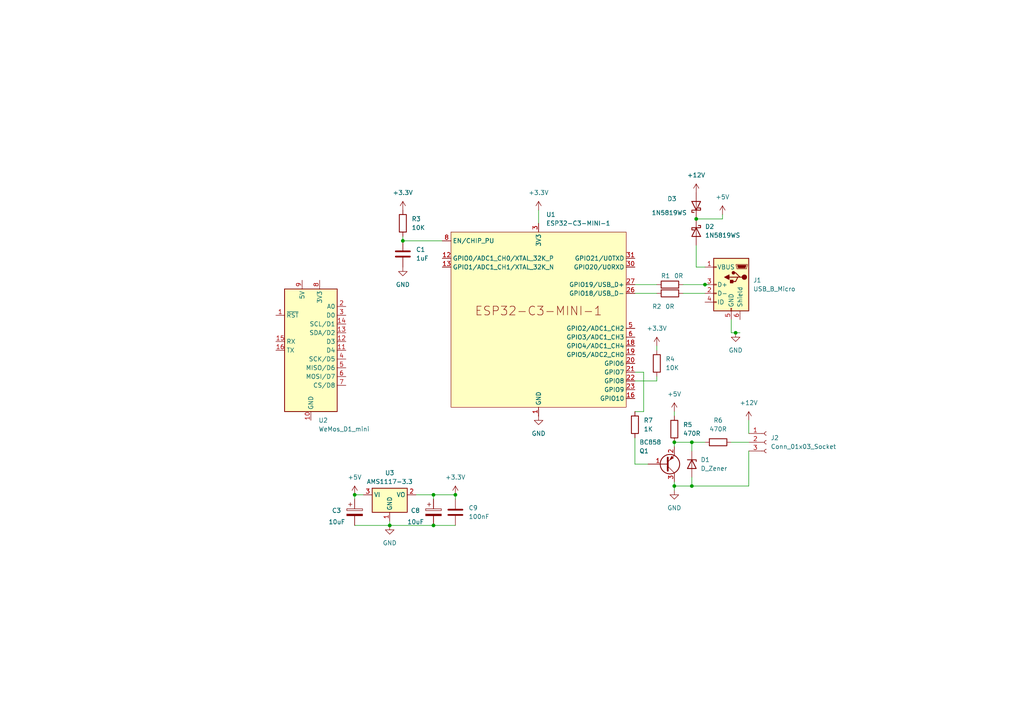
<source format=kicad_sch>
(kicad_sch (version 20231120) (generator "eeschema") (generator_version "8.0")
  (paper "A4")
  (lib_symbols
    (symbol "+12V_1" (power) (pin_numbers hide) (pin_names (offset 0) hide)
      (property "Value" "+12V" (at 0 3.556 0))
      (symbol "+12V_1_0_1"
        (polyline (pts (xy -0.762 1.27) (xy 0 2.54)))
        (polyline (pts (xy 0 0) (xy 0 2.54)))
        (polyline (pts (xy 0 2.54) (xy 0.762 1.27)))
      )
      (symbol "+12V_1_1_1"
        (pin power_in line (at 0 0 90) (length 0) (name "~") (number "1"))
      )
    )
    (symbol "+3.3V_2" (power) (pin_numbers hide) (pin_names (offset 0) hide)
      (property "Value" "+3.3V" (at 0 3.556 0))
      (symbol "+3.3V_2_0_1"
        (polyline (pts (xy -0.762 1.27) (xy 0 2.54)))
        (polyline (pts (xy 0 0) (xy 0 2.54)))
        (polyline (pts (xy 0 2.54) (xy 0.762 1.27)))
      )
      (symbol "+3.3V_2_1_1"
        (pin power_in line (at 0 0 90) (length 0) (name "~") (number "1"))
      )
    )
    (symbol "+5V_1" (power) (pin_numbers hide) (pin_names (offset 0) hide)
      (property "Value" "+5V" (at 0 3.556 0))
      (symbol "+5V_1_0_1"
        (polyline (pts (xy -0.762 1.27) (xy 0 2.54)))
        (polyline (pts (xy 0 0) (xy 0 2.54)))
        (polyline (pts (xy 0 2.54) (xy 0.762 1.27)))
      )
      (symbol "+5V_1_1_1"
        (pin power_in line (at 0 0 90) (length 0) (name "~") (number "1"))
      )
    )
    (symbol "Connector:Conn_01x03_Socket" (pin_names (offset 1.016) hide)
      (property "Reference" "J" (at 0 5.08 0))
      (property "Value" "Conn_01x03_Socket" (at 0 -5.08 0))
      (symbol "Conn_01x03_Socket_1_1"
        (arc (start 0 -2.032) (mid -0.5058 -2.54) (end 0 -3.048) (stroke (width 0.1524)))
        (polyline (pts (xy -1.27 -2.54) (xy -0.508 -2.54)) (stroke (width 0.1524)))
        (polyline (pts (xy -1.27 0) (xy -0.508 0)) (stroke (width 0.1524)))
        (polyline (pts (xy -1.27 2.54) (xy -0.508 2.54)) (stroke (width 0.1524)))
        (arc (start 0 0.508) (mid -0.5058 0) (end 0 -0.508) (stroke (width 0.1524)))
        (arc (start 0 3.048) (mid -0.5058 2.54) (end 0 2.032) (stroke (width 0.1524)))
        (pin passive line (at -5.08 2.54 0) (length 3.81) (name "Pin_1") (number "1"))
        (pin passive line (at -5.08 0 0) (length 3.81) (name "Pin_2") (number "2"))
        (pin passive line (at -5.08 -2.54 0) (length 3.81) (name "Pin_3") (number "3"))
      )
    )
    (symbol "Connector:USB_B_Micro" (pin_names (offset 1.016))
      (property "Reference" "J" (at -5.08 11.43 0))
      (property "Value" "USB_B_Micro" (at -5.08 8.89 0))
      (symbol "USB_B_Micro_0_1"
        (rectangle (start -5.08 -7.62) (end 5.08 7.62) (stroke (width 0.254)) (fill (type background)))
        (circle (center -3.81 2.159) (radius 0.635) (stroke (width 0.254)) (fill (type outline)))
        (circle (center -0.635 3.429) (radius 0.381) (stroke (width 0.254)) (fill (type outline)))
        (rectangle (start -0.127 -7.62) (end 0.127 -6.858))
        (polyline (pts (xy -1.905 2.159) (xy 0.635 2.159)) (stroke (width 0.254)))
        (polyline (pts (xy -3.175 2.159) (xy -2.54 2.159) (xy -1.27 3.429) (xy -0.635 3.429)) (stroke (width 0.254)))
        (polyline (pts (xy -2.54 2.159) (xy -1.905 2.159) (xy -1.27 0.889) (xy 0 0.889)) (stroke (width 0.254)))
        (polyline (pts (xy 0.635 2.794) (xy 0.635 1.524) (xy 1.905 2.159) (xy 0.635 2.794)) (stroke (width 0.254)) (fill (type outline)))
        (polyline (pts (xy -4.318 5.588) (xy -1.778 5.588) (xy -2.032 4.826) (xy -4.064 4.826) (xy -4.318 5.588)) (fill (type outline)))
        (polyline (pts (xy -4.699 5.842) (xy -4.699 5.588) (xy -4.445 4.826) (xy -4.445 4.572) (xy -1.651 4.572) (xy -1.651 4.826) (xy -1.397 5.588) (xy -1.397 5.842) (xy -4.699 5.842)))
        (rectangle (start 0.254 1.27) (end -0.508 0.508) (stroke (width 0.254)) (fill (type outline)))
        (rectangle (start 5.08 -5.207) (end 4.318 -4.953))
        (rectangle (start 5.08 -2.667) (end 4.318 -2.413))
        (rectangle (start 5.08 -0.127) (end 4.318 0.127))
        (rectangle (start 5.08 4.953) (end 4.318 5.207))
      )
      (symbol "USB_B_Micro_1_1"
        (pin power_out line (at 7.62 5.08 180) (length 2.54) (name "VBUS") (number "1"))
        (pin bidirectional line (at 7.62 -2.54 180) (length 2.54) (name "D-") (number "2"))
        (pin bidirectional line (at 7.62 0 180) (length 2.54) (name "D+") (number "3"))
        (pin passive line (at 7.62 -5.08 180) (length 2.54) (name "ID") (number "4"))
        (pin power_out line (at 0 -10.16 90) (length 2.54) (name "GND") (number "5"))
        (pin passive line (at -2.54 -10.16 90) (length 2.54) (name "Shield") (number "6"))
      )
    )
    (symbol "Device:C" (pin_numbers hide) (pin_names (offset 0.254))
      (property "Reference" "C" (at 0.635 2.54 0))
      (property "Value" "C" (at 0.635 -2.54 0))
      (symbol "C_0_1"
        (polyline (pts (xy -2.032 -0.762) (xy 2.032 -0.762)) (stroke (width 0.508)))
        (polyline (pts (xy -2.032 0.762) (xy 2.032 0.762)) (stroke (width 0.508)))
      )
      (symbol "C_1_1"
        (pin passive line (at 0 3.81 270) (length 2.794) (name "~") (number "1"))
        (pin passive line (at 0 -3.81 90) (length 2.794) (name "~") (number "2"))
      )
    )
    (symbol "Device:C_Polarized" (pin_numbers hide) (pin_names (offset 0.254))
      (property "Reference" "C" (at 0.635 2.54 0))
      (property "Value" "C_Polarized" (at 0.635 -2.54 0))
      (symbol "C_Polarized_0_1"
        (rectangle (start -2.286 0.508) (end 2.286 1.016))
        (polyline (pts (xy -1.778 2.286) (xy -0.762 2.286)))
        (polyline (pts (xy -1.27 2.794) (xy -1.27 1.778)))
        (rectangle (start 2.286 -0.508) (end -2.286 -1.016) (fill (type outline)))
      )
      (symbol "C_Polarized_1_1"
        (pin passive line (at 0 3.81 270) (length 2.794) (name "~") (number "1"))
        (pin passive line (at 0 -3.81 90) (length 2.794) (name "~") (number "2"))
      )
    )
    (symbol "Device:D_Zener" (pin_numbers hide) (pin_names (offset 1.016) hide)
      (property "Reference" "D" (at 0 2.54 0))
      (property "Value" "D_Zener" (at 0 -2.54 0))
      (symbol "D_Zener_0_1"
        (polyline (pts (xy 1.27 0) (xy -1.27 0)))
        (polyline (pts (xy -1.27 -1.27) (xy -1.27 1.27) (xy -0.762 1.27)) (stroke (width 0.254)))
        (polyline (pts (xy 1.27 -1.27) (xy 1.27 1.27) (xy -1.27 0) (xy 1.27 -1.27)) (stroke (width 0.254)))
      )
      (symbol "D_Zener_1_1"
        (pin passive line (at -3.81 0 0) (length 2.54) (name "K") (number "1"))
        (pin passive line (at 3.81 0 180) (length 2.54) (name "A") (number "2"))
      )
    )
    (symbol "Device:R" (pin_numbers hide) (pin_names (offset 0))
      (property "Reference" "R" (at 2.032 0 90))
      (property "Value" "R" (at 0 0 90))
      (symbol "R_0_1"
        (rectangle (start -1.016 -2.54) (end 1.016 2.54) (stroke (width 0.254)))
      )
      (symbol "R_1_1"
        (pin passive line (at 0 3.81 270) (length 1.27) (name "~") (number "1"))
        (pin passive line (at 0 -3.81 90) (length 1.27) (name "~") (number "2"))
      )
    )
    (symbol "Diode:1N5819WS" (pin_numbers hide) (pin_names (offset 1.016) hide)
      (property "Reference" "D" (at 0 2.54 0))
      (property "Value" "1N5819WS" (at 0 -2.54 0))
      (symbol "1N5819WS_0_1"
        (polyline (pts (xy 1.27 0) (xy -1.27 0)))
        (polyline (pts (xy 1.27 1.27) (xy 1.27 -1.27) (xy -1.27 0) (xy 1.27 1.27)) (stroke (width 0.254)))
        (polyline (pts (xy -1.905 0.635) (xy -1.905 1.27) (xy -1.27 1.27) (xy -1.27 -1.27) (xy -0.635 -1.27) (xy -0.635 -0.635)) (stroke (width 0.254)))
      )
      (symbol "1N5819WS_1_1"
        (pin passive line (at -3.81 0 0) (length 2.54) (name "K") (number "1"))
        (pin passive line (at 3.81 0 180) (length 2.54) (name "A") (number "2"))
      )
    )
    (symbol "GND_1" (power) (pin_numbers hide) (pin_names (offset 0) hide)
      (property "Value" "GND" (at 0 -3.81 0))
      (symbol "GND_1_0_1"
        (polyline (pts (xy 0 0) (xy 0 -1.27) (xy 1.27 -1.27) (xy 0 -2.54) (xy -1.27 -1.27) (xy 0 -1.27)))
      )
      (symbol "GND_1_1_1"
        (pin power_in line (at 0 0 270) (length 0) (name "~") (number "1"))
      )
    )
    (symbol "GND_2" (power) (pin_numbers hide) (pin_names (offset 0) hide)
      (property "Value" "GND" (at 0 -3.81 0))
      (symbol "GND_2_0_1"
        (polyline (pts (xy 0 0) (xy 0 -1.27) (xy 1.27 -1.27) (xy 0 -2.54) (xy -1.27 -1.27) (xy 0 -1.27)))
      )
      (symbol "GND_2_1_1"
        (pin power_in line (at 0 0 270) (length 0) (name "~") (number "1"))
      )
    )
    (symbol "MCU_Module:WeMos_D1_mini"
      (property "Reference" "U" (at 3.81 19.05 0))
      (property "Value" "WeMos_D1_mini" (at 1.27 -19.05 0))
      (symbol "WeMos_D1_mini_1_1"
        (rectangle (start -7.62 17.78) (end 7.62 -17.78) (stroke (width 0.254)) (fill (type background)))
        (pin input line (at -10.16 10.16 0) (length 2.54) (name "~{RST}") (number "1"))
        (pin power_in line (at 0 -20.32 90) (length 2.54) (name "GND") (number "10"))
        (pin bidirectional line (at 10.16 0 180) (length 2.54) (name "D4") (number "11"))
        (pin bidirectional line (at 10.16 2.54 180) (length 2.54) (name "D3") (number "12"))
        (pin bidirectional line (at 10.16 5.08 180) (length 2.54) (name "SDA/D2") (number "13"))
        (pin bidirectional line (at 10.16 7.62 180) (length 2.54) (name "SCL/D1") (number "14"))
        (pin input line (at -10.16 2.54 0) (length 2.54) (name "RX") (number "15"))
        (pin output line (at -10.16 0 0) (length 2.54) (name "TX") (number "16"))
        (pin input line (at 10.16 12.7 180) (length 2.54) (name "A0") (number "2"))
        (pin bidirectional line (at 10.16 10.16 180) (length 2.54) (name "D0") (number "3"))
        (pin bidirectional line (at 10.16 -2.54 180) (length 2.54) (name "SCK/D5") (number "4"))
        (pin bidirectional line (at 10.16 -5.08 180) (length 2.54) (name "MISO/D6") (number "5"))
        (pin bidirectional line (at 10.16 -7.62 180) (length 2.54) (name "MOSI/D7") (number "6"))
        (pin bidirectional line (at 10.16 -10.16 180) (length 2.54) (name "CS/D8") (number "7"))
        (pin power_out line (at 2.54 20.32 270) (length 2.54) (name "3V3") (number "8"))
        (pin power_in line (at -2.54 20.32 270) (length 2.54) (name "5V") (number "9"))
      )
    )
    (symbol "PCM_Espressif:ESP32-C3-MINI-1"
      (property "Reference" "U" (at -25.4 30.48 0))
      (property "Value" "ESP32-C3-MINI-1" (at -25.4 27.94 0))
      (symbol "ESP32-C3-MINI-1_0_0"
        (text "ESP32-C3-MINI-1" (at 0 2.54 0) (effects (font (size 2.54 2.54))))
      )
      (symbol "ESP32-C3-MINI-1_0_1"
        (rectangle (start -25.4 25.4) (end 25.4 -25.4) (fill (type background)))
      )
      (symbol "ESP32-C3-MINI-1_1_1"
        (pin power_in line (at 0 -27.94 90) (length 2.54) (name "GND") (number "1"))
        (pin no_connect line (at -25.4 2.54 0) (length 2.54) hide (name "NC") (number "10"))
        (pin passive line (at 0 -27.94 90) (length 2.54) hide (name "GND") (number "11"))
        (pin bidirectional line (at -27.94 17.78 0) (length 2.54) (name "GPIO0/ADC1_CH0/XTAL_32K_P") (number "12"))
        (pin bidirectional line (at -27.94 15.24 0) (length 2.54) (name "GPIO1/ADC1_CH1/XTAL_32K_N") (number "13"))
        (pin passive line (at 0 -27.94 90) (length 2.54) hide (name "GND") (number "14"))
        (pin no_connect line (at -25.4 0 0) (length 2.54) hide (name "NC") (number "15"))
        (pin bidirectional line (at 27.94 -22.86 180) (length 2.54) (name "GPIO10") (number "16"))
        (pin no_connect line (at -25.4 -2.54 0) (length 2.54) hide (name "NC") (number "17"))
        (pin bidirectional line (at 27.94 -7.62 180) (length 2.54) (name "GPIO4/ADC1_CH4") (number "18"))
        (pin bidirectional line (at 27.94 -10.16 180) (length 2.54) (name "GPIO5/ADC2_CH0") (number "19"))
        (pin passive line (at 0 -27.94 90) (length 2.54) hide (name "GND") (number "2"))
        (pin bidirectional line (at 27.94 -12.7 180) (length 2.54) (name "GPIO6") (number "20"))
        (pin bidirectional line (at 27.94 -15.24 180) (length 2.54) (name "GPIO7") (number "21"))
        (pin bidirectional line (at 27.94 -17.78 180) (length 2.54) (name "GPIO8") (number "22"))
        (pin bidirectional line (at 27.94 -20.32 180) (length 2.54) (name "GPIO9") (number "23"))
        (pin no_connect line (at -25.4 -5.08 0) (length 2.54) hide (name "NC") (number "24"))
        (pin no_connect line (at -25.4 -7.62 0) (length 2.54) hide (name "NC") (number "25"))
        (pin bidirectional line (at 27.94 7.62 180) (length 2.54) (name "GPIO18/USB_D-") (number "26"))
        (pin bidirectional line (at 27.94 10.16 180) (length 2.54) (name "GPIO19/USB_D+") (number "27"))
        (pin no_connect line (at -25.4 -10.16 0) (length 2.54) hide (name "NC") (number "28"))
        (pin no_connect line (at -25.4 -12.7 0) (length 2.54) hide (name "NC") (number "29"))
        (pin power_in line (at 0 27.94 270) (length 2.54) (name "3V3") (number "3"))
        (pin bidirectional line (at 27.94 15.24 180) (length 2.54) (name "GPIO20/U0RXD") (number "30"))
        (pin bidirectional line (at 27.94 17.78 180) (length 2.54) (name "GPIO21/U0TXD") (number "31"))
        (pin no_connect line (at -25.4 -15.24 0) (length 2.54) hide (name "NC") (number "32"))
        (pin no_connect line (at -25.4 -17.78 0) (length 2.54) hide (name "NC") (number "33"))
        (pin no_connect line (at -25.4 -20.32 0) (length 2.54) hide (name "NC") (number "34"))
        (pin no_connect line (at -25.4 -22.86 0) (length 2.54) hide (name "NC") (number "35"))
        (pin passive line (at 0 -27.94 90) (length 2.54) hide (name "GND") (number "36"))
        (pin passive line (at 0 -27.94 90) (length 2.54) hide (name "GND") (number "37"))
        (pin passive line (at 0 -27.94 90) (length 2.54) hide (name "GND") (number "38"))
        (pin passive line (at 0 -27.94 90) (length 2.54) hide (name "GND") (number "39"))
        (pin no_connect line (at -25.4 10.16 0) (length 2.54) hide (name "NC") (number "4"))
        (pin passive line (at 0 -27.94 90) (length 2.54) hide (name "GND") (number "40"))
        (pin passive line (at 0 -27.94 90) (length 2.54) hide (name "GND") (number "41"))
        (pin passive line (at 0 -27.94 90) (length 2.54) hide (name "GND") (number "42"))
        (pin passive line (at 0 -27.94 90) (length 2.54) hide (name "GND") (number "43"))
        (pin passive line (at 0 -27.94 90) (length 2.54) hide (name "GND") (number "44"))
        (pin passive line (at 0 -27.94 90) (length 2.54) hide (name "GND") (number "45"))
        (pin passive line (at 0 -27.94 90) (length 2.54) hide (name "GND") (number "46"))
        (pin passive line (at 0 -27.94 90) (length 2.54) hide (name "GND") (number "47"))
        (pin passive line (at 0 -27.94 90) (length 2.54) hide (name "GND") (number "48"))
        (pin passive line (at 0 -27.94 90) (length 2.54) hide (name "GND") (number "49"))
        (pin bidirectional line (at 27.94 -2.54 180) (length 2.54) (name "GPIO2/ADC1_CH2") (number "5"))
        (pin passive line (at 0 -27.94 90) (length 2.54) hide (name "GND") (number "50"))
        (pin passive line (at 0 -27.94 90) (length 2.54) hide (name "GND") (number "51"))
        (pin passive line (at 0 -27.94 90) (length 2.54) hide (name "GND") (number "52"))
        (pin passive line (at 0 -27.94 90) (length 2.54) hide (name "GND") (number "53"))
        (pin bidirectional line (at 27.94 -5.08 180) (length 2.54) (name "GPIO3/ADC1_CH3") (number "6"))
        (pin no_connect line (at -25.4 7.62 0) (length 2.54) hide (name "NC") (number "7"))
        (pin input line (at -27.94 22.86 0) (length 2.54) (name "EN/CHIP_PU") (number "8"))
        (pin no_connect line (at -25.4 5.08 0) (length 2.54) hide (name "NC") (number "9"))
      )
    )
    (symbol "Regulator_Linear:AMS1117-3.3"
      (property "Reference" "U" (at -3.81 3.175 0))
      (property "Value" "AMS1117-3.3" (at 0 3.175 0))
      (symbol "AMS1117-3.3_0_1"
        (rectangle (start -5.08 -5.08) (end 5.08 1.905) (stroke (width 0.254)) (fill (type background)))
      )
      (symbol "AMS1117-3.3_1_1"
        (pin power_in line (at 0 -7.62 90) (length 2.54) (name "GND") (number "1"))
        (pin power_out line (at 7.62 0 180) (length 2.54) (name "VO") (number "2"))
        (pin power_in line (at -7.62 0 0) (length 2.54) (name "VI") (number "3"))
      )
    )
    (symbol "Transistor_BJT:BC858" (pin_names (offset 0) hide)
      (property "Reference" "Q" (at 5.08 1.905 0))
      (property "Value" "BC858" (at 5.08 0 0))
      (symbol "BC858_0_1"
        (polyline (pts (xy 0.635 0.635) (xy 2.54 2.54)))
        (polyline (pts (xy 0.635 -0.635) (xy 2.54 -2.54) (xy 2.54 -2.54)))
        (polyline (pts (xy 0.635 1.905) (xy 0.635 -1.905) (xy 0.635 -1.905)) (stroke (width 0.508)))
        (polyline (pts (xy 2.286 -1.778) (xy 1.778 -2.286) (xy 1.27 -1.27) (xy 2.286 -1.778) (xy 2.286 -1.778)) (fill (type outline)))
        (circle (center 1.27 0) (radius 2.8194) (stroke (width 0.254)))
      )
      (symbol "BC858_1_1"
        (pin input line (at -5.08 0 0) (length 5.715) (name "B") (number "1"))
        (pin passive line (at 2.54 -5.08 90) (length 2.54) (name "E") (number "2"))
        (pin passive line (at 2.54 5.08 270) (length 2.54) (name "C") (number "3"))
      )
    )
    (symbol "power:+12V" (power) (pin_names (offset 0))
      (property "Value" "+12V" (at 0 3.556 0))
      (symbol "+12V_0_1"
        (polyline (pts (xy -0.762 1.27) (xy 0 2.54)))
        (polyline (pts (xy 0 0) (xy 0 2.54)))
        (polyline (pts (xy 0 2.54) (xy 0.762 1.27)))
      )
      (symbol "+12V_1_1"
        (pin power_in line (at 0 0 90) (length 0) hide (name "+12V") (number "1"))
      )
    )
    (symbol "power:+3.3V" (power) (pin_names (offset 0))
      (property "Value" "+3.3V" (at 0 3.556 0))
      (symbol "+3.3V_0_1"
        (polyline (pts (xy -0.762 1.27) (xy 0 2.54)))
        (polyline (pts (xy 0 0) (xy 0 2.54)))
        (polyline (pts (xy 0 2.54) (xy 0.762 1.27)))
      )
      (symbol "+3.3V_1_1"
        (pin power_in line (at 0 0 90) (length 0) hide (name "+3.3V") (number "1"))
      )
    )
    (symbol "power:+5V" (power) (pin_names (offset 0))
      (property "Value" "+5V" (at 0 3.556 0))
      (symbol "+5V_0_1"
        (polyline (pts (xy -0.762 1.27) (xy 0 2.54)))
        (polyline (pts (xy 0 0) (xy 0 2.54)))
        (polyline (pts (xy 0 2.54) (xy 0.762 1.27)))
      )
      (symbol "+5V_1_1"
        (pin power_in line (at 0 0 90) (length 0) hide (name "+5V") (number "1"))
      )
    )
    (symbol "power:GND" (power) (pin_names (offset 0))
      (property "Value" "GND" (at 0 -3.81 0))
      (symbol "GND_0_1"
        (polyline (pts (xy 0 0) (xy 0 -1.27) (xy 1.27 -1.27) (xy 0 -2.54) (xy -1.27 -1.27) (xy 0 -1.27)))
      )
      (symbol "GND_1_1"
        (pin power_in line (at 0 0 270) (length 0) hide (name "GND") (number "1"))
      )
    )
  )
  (junction (at 204.47 82.55))
  (junction (at 201.93 63.5))
  (junction (at 195.58 128.27))
  (junction (at 213.36 96.52))
  (junction (at 132.08 143.51))
  (junction (at 125.73 143.51))
  (junction (at 113.03 152.4))
  (junction (at 116.84 69.85))
  (junction (at 200.66 140.97))
  (junction (at 125.73 152.4))
  (junction (at 200.66 128.27))
  (junction (at 102.87 143.51))
  (junction (at 195.58 140.97))
  (wire (pts (xy 184.15 127) (xy 184.15 134.62)))
  (wire (pts (xy 201.93 63.5) (xy 209.55 63.5)))
  (wire (pts (xy 186.69 107.95) (xy 186.69 119.38)))
  (wire (pts (xy 217.17 121.92) (xy 217.17 125.73)))
  (wire (pts (xy 113.03 152.4) (xy 125.73 152.4)))
  (wire (pts (xy 209.55 63.5) (xy 209.55 62.23)))
  (wire (pts (xy 200.66 138.43) (xy 200.66 140.97)))
  (wire (pts (xy 195.58 140.97) (xy 195.58 142.24)))
  (wire (pts (xy 195.58 128.27) (xy 200.66 128.27)))
  (wire (pts (xy 195.58 128.27) (xy 195.58 129.54)))
  (wire (pts (xy 116.84 69.85) (xy 116.84 68.58)))
  (wire (pts (xy 217.17 130.81) (xy 217.17 140.97)))
  (wire (pts (xy 184.15 134.62) (xy 187.96 134.62)))
  (wire (pts (xy 212.09 96.52) (xy 213.36 96.52)))
  (wire (pts (xy 190.5 109.22) (xy 190.5 110.49)))
  (wire (pts (xy 186.69 119.38) (xy 184.15 119.38)))
  (wire (pts (xy 200.66 128.27) (xy 204.47 128.27)))
  (wire (pts (xy 102.87 152.4) (xy 113.03 152.4)))
  (wire (pts (xy 184.15 85.09) (xy 190.5 85.09)))
  (wire (pts (xy 190.5 100.33) (xy 190.5 101.6)))
  (wire (pts (xy 195.58 139.7) (xy 195.58 140.97)))
  (wire (pts (xy 120.65 143.51) (xy 125.73 143.51)))
  (wire (pts (xy 190.5 82.55) (xy 184.15 82.55)))
  (wire (pts (xy 113.03 151.13) (xy 113.03 152.4)))
  (wire (pts (xy 184.15 107.95) (xy 186.69 107.95)))
  (wire (pts (xy 195.58 119.38) (xy 195.58 120.65)))
  (wire (pts (xy 132.08 143.51) (xy 125.73 143.51)))
  (wire (pts (xy 212.09 128.27) (xy 217.17 128.27)))
  (wire (pts (xy 204.47 82.55) (xy 205.74 82.55)))
  (wire (pts (xy 212.09 92.71) (xy 212.09 96.52)))
  (wire (pts (xy 200.66 140.97) (xy 195.58 140.97)))
  (wire (pts (xy 214.63 96.52) (xy 213.36 96.52)))
  (wire (pts (xy 184.15 110.49) (xy 190.5 110.49)))
  (wire (pts (xy 217.17 140.97) (xy 200.66 140.97)))
  (wire (pts (xy 132.08 144.78) (xy 132.08 143.51)))
  (wire (pts (xy 198.12 82.55) (xy 204.47 82.55)))
  (wire (pts (xy 198.12 85.09) (xy 204.47 85.09)))
  (wire (pts (xy 204.47 77.47) (xy 201.93 77.47)))
  (wire (pts (xy 105.41 143.51) (xy 102.87 143.51)))
  (wire (pts (xy 125.73 143.51) (xy 125.73 144.78)))
  (wire (pts (xy 125.73 152.4) (xy 132.08 152.4)))
  (wire (pts (xy 102.87 143.51) (xy 102.87 144.78)))
  (wire (pts (xy 201.93 77.47) (xy 201.93 71.12)))
  (wire (pts (xy 128.27 69.85) (xy 116.84 69.85)))
  (wire (pts (xy 200.66 128.27) (xy 200.66 130.81)))
  (wire (pts (xy 156.21 60.96) (xy 156.21 64.77)))
  (symbol (lib_id "Connector:USB_B_Micro") (at 212.09 82.55 0) (mirror y) (unit 1)
    (property "Reference" "J1" (at 218.44 81.2799 0) (effects (justify right)))
    (property "Value" "USB_B_Micro" (at 218.44 83.8199 0) (effects (justify right)))
    (property "Footprint" "Connector_USB:USB_Micro-B_Molex-105017-0001" (effects (hide yes)))
  )
  (symbol (lib_id "power:+3.3V") (at 190.5 100.33 0) (unit 1)
    (property "Reference" "#PWR05" (effects (hide yes)))
    (property "Value" "+3.3V" (at 190.5 95.25 0))
  )
  (symbol (lib_id "Device:R") (at 195.58 124.46 180) (unit 1)
    (property "Reference" "R5" (at 198.12 123.1899 0) (effects (justify right)))
    (property "Value" "470R" (at 198.12 125.7299 0) (effects (justify right)))
    (property "Footprint" "Resistor_SMD:R_0603_1608Metric" (effects (hide yes)))
  )
  (symbol (lib_id "Device:R") (at 184.15 123.19 0) (unit 1)
    (property "Reference" "R7" (at 186.69 121.9199 0) (effects (justify left)))
    (property "Value" "1K" (at 186.69 124.4599 0) (effects (justify left)))
    (property "Footprint" "Resistor_SMD:R_0603_1608Metric" (effects (hide yes)))
    (property "Description" "Resistor" (effects (hide yes)))
  )
  (symbol (lib_id "Device:C") (at 132.08 148.59 0) (unit 1)
    (property "Reference" "C9" (at 135.89 147.3199 0) (effects (justify left)))
    (property "Value" "100nF" (at 135.89 149.8599 0) (effects (justify left)))
    (property "Footprint" "Capacitor_SMD:C_0603_1608Metric" (effects (hide yes)))
    (property "Description" "Unpolarized capacitor" (effects (hide yes)))
  )
  (symbol (lib_id "power:+3.3V") (at 156.21 60.96 0) (unit 1)
    (property "Reference" "#PWR03" (effects (hide yes)))
    (property "Value" "+3.3V" (at 156.21 55.88 0))
  )
  (symbol (lib_id "Device:R") (at 194.31 85.09 90) (unit 1)
    (property "Reference" "R2" (at 190.5 88.9 90))
    (property "Value" "0R" (at 194.31 88.9 90))
    (property "Footprint" "Resistor_SMD:R_0603_1608Metric" (effects (hide yes)))
  )
  (symbol (lib_id "Device:C") (at 116.84 73.66 0) (unit 1)
    (property "Reference" "C1" (at 120.65 72.3899 0) (effects (justify left)))
    (property "Value" "1uF" (at 120.65 74.9299 0) (effects (justify left)))
    (property "Footprint" "Capacitor_SMD:C_0603_1608Metric" (effects (hide yes)))
  )
  (symbol (lib_name "GND_2") (lib_id "power:GND") (at 156.21 120.65 0) (unit 1)
    (property "Reference" "#PWR010" (effects (hide yes)))
    (property "Value" "GND" (at 156.21 125.73 0))
    (property "Description" "Power symbol creates a global label with name \"GND\" , ground" (effects (hide yes)))
  )
  (symbol (lib_id "power:GND") (at 195.58 142.24 0) (unit 1)
    (property "Reference" "#PWR07" (effects (hide yes)))
    (property "Value" "GND" (at 195.58 147.32 0))
  )
  (symbol (lib_id "PCM_Espressif:ESP32-C3-MINI-1") (at 156.21 92.71 0) (unit 1)
    (property "Reference" "U1" (at 158.4041 62.23 0) (effects (justify left)))
    (property "Value" "ESP32-C3-MINI-1" (at 158.4041 64.77 0) (effects (justify left)))
    (property "Footprint" "PCM_Espressif:ESP32-C3-MINI-1_HandSoldering" (effects (hide yes)))
    (property "Datasheet" "https://www.espressif.com/sites/default/files/documentation/esp32-c3-mini-1_datasheet_en.pdf" (effects (hide yes)))
  )
  (symbol (lib_id "power:+3.3V") (at 116.84 60.96 0) (unit 1)
    (property "Reference" "#PWR02" (effects (hide yes)))
    (property "Value" "+3.3V" (at 116.84 55.88 0))
  )
  (symbol (lib_id "Device:C_Polarized") (at 125.73 148.59 0) (unit 1)
    (property "Reference" "C8" (at 119.126 148.082 0) (effects (justify left)))
    (property "Value" "10uF" (at 118.11 151.384 0) (effects (justify left)))
    (property "Footprint" "Capacitor_SMD:C_0603_1608Metric" (effects (hide yes)))
    (property "Description" "Polarized capacitor" (effects (hide yes)))
  )
  (symbol (lib_id "Diode:1N5819WS") (at 201.93 67.31 270) (unit 1)
    (property "Reference" "D2" (at 204.47 65.7224 90) (effects (justify left)))
    (property "Value" "1N5819WS" (at 204.47 68.2624 90) (effects (justify left)))
    (property "Footprint" "Diode_SMD:D_SOD-323" (effects (hide yes)))
    (property "Datasheet" "https://datasheet.lcsc.com/lcsc/2204281430_Guangdong-Hottech-1N5819WS_C191023.pdf" (effects (hide yes)))
    (property "Description" "40V 600mV@1A 1A SOD-323 Schottky Barrier Diodes, SOD-323" (effects (hide yes)))
  )
  (symbol (lib_id "MCU_Module:WeMos_D1_mini") (at 90.17 101.6 0) (unit 1)
    (property "Reference" "U2" (at 92.3641 121.92 0) (effects (justify left)))
    (property "Value" "WeMos_D1_mini" (at 92.3641 124.46 0) (effects (justify left)))
    (property "Footprint" "Module:WEMOS_D1_mini_light" (effects (hide yes)))
    (property "Datasheet" "https://wiki.wemos.cc/products:d1:d1_mini#documentation" (effects (hide yes)))
    (property "Description" "32-bit microcontroller module with WiFi" (effects (hide yes)))
  )
  (symbol (lib_id "power:+12V") (at 217.17 121.92 0) (unit 1)
    (property "Reference" "#PWR011" (effects (hide yes)))
    (property "Value" "+12V" (at 217.17 116.84 0))
  )
  (symbol (lib_id "power:+5V") (at 195.58 119.38 0) (unit 1)
    (property "Reference" "#PWR06" (effects (hide yes)))
    (property "Value" "+5V" (at 195.58 114.3 0))
  )
  (symbol (lib_name "+3.3V_2") (lib_id "power:+3.3V") (at 132.08 143.51 0) (unit 1)
    (property "Reference" "#PWR016" (effects (hide yes)))
    (property "Value" "+3.3V" (at 132.08 138.43 0))
    (property "Description" "Power symbol creates a global label with name \"+3.3V\"" (effects (hide yes)))
  )
  (symbol (lib_id "Connector:Conn_01x03_Socket") (at 222.25 128.27 0) (unit 1)
    (property "Reference" "J2" (at 223.52 126.9999 0) (effects (justify left)))
    (property "Value" "Conn_01x03_Socket" (at 223.52 129.5399 0) (effects (justify left)))
    (property "Footprint" "Connector_PinHeader_2.54mm:PinHeader_1x03_P2.54mm_Vertical" (effects (hide yes)))
  )
  (symbol (lib_name "GND_1") (lib_id "power:GND") (at 113.03 152.4 0) (unit 1)
    (property "Reference" "#PWR08" (effects (hide yes)))
    (property "Value" "GND" (at 113.03 157.48 0))
    (property "Description" "Power symbol creates a global label with name \"GND\" , ground" (effects (hide yes)))
  )
  (symbol (lib_name "+5V_1") (lib_id "power:+5V") (at 102.87 143.51 0) (unit 1)
    (property "Reference" "#PWR014" (effects (hide yes)))
    (property "Value" "+5V" (at 102.87 138.43 0))
    (property "Description" "Power symbol creates a global label with name \"+5V\"" (effects (hide yes)))
  )
  (symbol (lib_id "Device:D_Zener") (at 200.66 134.62 270) (unit 1)
    (property "Reference" "D1" (at 203.2 133.3499 90) (effects (justify left)))
    (property "Value" "D_Zener" (at 203.2 135.8899 90) (effects (justify left)))
    (property "Footprint" "Diode_SMD:D_SOD-123" (effects (hide yes)))
  )
  (symbol (lib_id "power:GND") (at 213.36 96.52 0) (unit 1)
    (property "Reference" "#PWR01" (effects (hide yes)))
    (property "Value" "GND" (at 213.36 101.6 0))
  )
  (symbol (lib_id "Transistor_BJT:BC858") (at 193.04 134.62 0) (mirror x) (unit 1)
    (property "Reference" "Q1" (at 185.42 130.81 0) (effects (justify left)))
    (property "Value" "BC858" (at 185.42 128.27 0) (effects (justify left)))
    (property "Footprint" "Package_TO_SOT_SMD:SOT-23" (effects (hide yes)))
    (property "Datasheet" "https://www.onsemi.com/pub/Collateral/BC860-D.pdf" (effects (hide yes)))
  )
  (symbol (lib_id "Diode:1N5819WS") (at 201.93 59.69 90) (unit 1)
    (property "Reference" "D3" (at 193.548 57.658 90) (effects (justify right)))
    (property "Value" "1N5819WS" (at 188.976 61.722 90) (effects (justify right)))
    (property "Footprint" "Diode_SMD:D_SOD-323" (effects (hide yes)))
    (property "Datasheet" "https://datasheet.lcsc.com/lcsc/2204281430_Guangdong-Hottech-1N5819WS_C191023.pdf" (effects (hide yes)))
    (property "Description" "40V 600mV@1A 1A SOD-323 Schottky Barrier Diodes, SOD-323" (effects (hide yes)))
  )
  (symbol (lib_id "Device:R") (at 116.84 64.77 0) (unit 1)
    (property "Reference" "R3" (at 119.38 63.4999 0) (effects (justify left)))
    (property "Value" "10K" (at 119.38 66.0399 0) (effects (justify left)))
    (property "Footprint" "Resistor_SMD:R_0603_1608Metric" (effects (hide yes)))
  )
  (symbol (lib_id "Device:R") (at 208.28 128.27 90) (unit 1)
    (property "Reference" "R6" (at 208.28 121.92 90))
    (property "Value" "470R" (at 208.28 124.46 90))
    (property "Footprint" "Resistor_SMD:R_0603_1608Metric" (effects (hide yes)))
  )
  (symbol (lib_name "+12V_1") (lib_id "power:+12V") (at 201.93 55.88 0) (unit 1)
    (property "Reference" "#PWR015" (effects (hide yes)))
    (property "Value" "+12V" (at 201.93 50.8 0))
    (property "Description" "Power symbol creates a global label with name \"+12V\"" (effects (hide yes)))
  )
  (symbol (lib_id "power:+5V") (at 209.55 62.23 0) (unit 1)
    (property "Reference" "#PWR012" (effects (hide yes)))
    (property "Value" "+5V" (at 209.55 57.15 0))
  )
  (symbol (lib_id "Device:R") (at 194.31 82.55 90) (unit 1)
    (property "Reference" "R1" (at 193.04 80.01 90))
    (property "Value" "0R" (at 196.85 80.01 90))
    (property "Footprint" "Resistor_SMD:R_0603_1608Metric" (effects (hide yes)))
  )
  (symbol (lib_id "Regulator_Linear:AMS1117-3.3") (at 113.03 143.51 0) (unit 1)
    (property "Reference" "U3" (at 113.03 137.16 0))
    (property "Value" "AMS1117-3.3" (at 113.03 139.7 0))
    (property "Footprint" "Package_TO_SOT_SMD:SOT-223-3_TabPin2" (effects (hide yes)))
    (property "Datasheet" "http://www.advanced-monolithic.com/pdf/ds1117.pdf" (effects (hide yes)))
    (property "Description" "1A Low Dropout regulator, positive, 3.3V fixed output, SOT-223" (effects (hide yes)))
  )
  (symbol (lib_id "Device:R") (at 190.5 105.41 0) (unit 1)
    (property "Reference" "R4" (at 193.04 104.1399 0) (effects (justify left)))
    (property "Value" "10K" (at 193.04 106.6799 0) (effects (justify left)))
    (property "Footprint" "Resistor_SMD:R_0603_1608Metric" (effects (hide yes)))
  )
  (symbol (lib_id "Device:C_Polarized") (at 102.87 148.59 0) (unit 1)
    (property "Reference" "C3" (at 96.266 148.082 0) (effects (justify left)))
    (property "Value" "10uF" (at 95.25 151.384 0) (effects (justify left)))
    (property "Footprint" "Capacitor_SMD:C_0603_1608Metric" (effects (hide yes)))
    (property "Description" "Polarized capacitor" (effects (hide yes)))
  )
  (symbol (lib_id "power:GND") (at 116.84 77.47 0) (unit 1)
    (property "Reference" "#PWR04" (effects (hide yes)))
    (property "Value" "GND" (at 116.84 82.55 0))
  )
)
</source>
